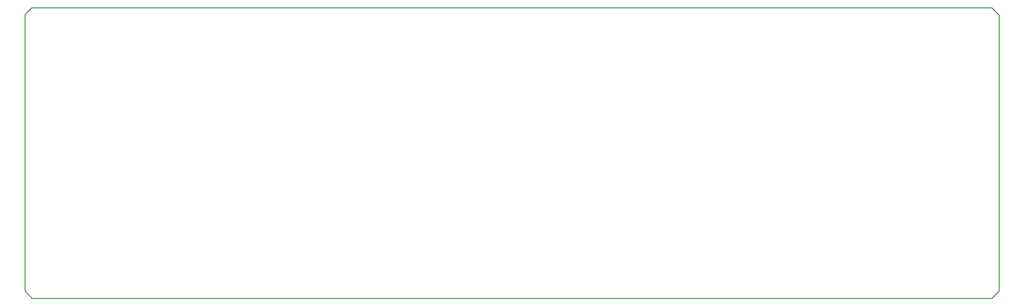
<source format=gko>
G04 ---------------------------- Layer name :KeepOutLayer *
G04 easyEDA 0.1*
G04 Scale: 100 percent, Rotated: No, Reflected: No *
G04 Dimensions in inches *
G04 leading zeros omitted , absolute positions ,2 integer and 4 * 
%FSLAX24Y24*%
%MOIN*%
G90*
G70D02*

%ADD10C,0.010000*%
G54D10*
G01X748Y62993D02*
G01X104724Y62993D01*
G01X105511Y62206D01*
G01X105511Y32285D01*
G01X104724Y31497D01*
G01X787Y31497D01*
G01X0Y32285D01*
G01X0Y62245D01*
G01X748Y62993D01*

%LPD*%
%LNVIA PAD TRACK COPPERAREA*%

M00*
M02*
</source>
